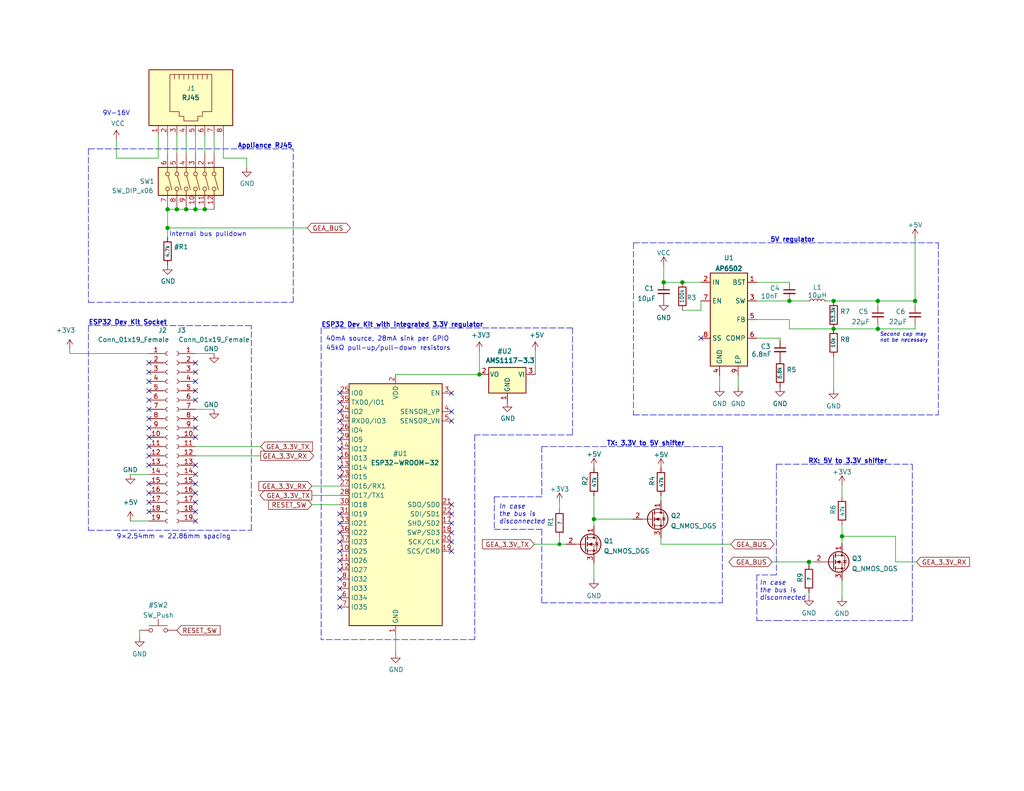
<source format=kicad_sch>
(kicad_sch (version 20210621) (generator eeschema)
  (paper "USLetter")
  (title_block (title "Casserole Adapter") (date "2020-01-19") (rev "1"))
  (lib_symbols
    (symbol "Connector:Conn_01x19_Female" (pin_names (offset 1.016) hide)
      (property "Reference" "J" (at 0 25.4 0))
      (property "Value" "Conn_01x19_Female" (at 0 -25.4 0))
      (symbol "Conn_01x19_Female_1_1"
        (arc (start 0 -22.352) (end 0 -23.368) (radius (at 0 -22.86) (length 0.508) (angles 90.1 -90.1)) (stroke (width 0.1524)))
        (arc (start 0 -19.812) (end 0 -20.828) (radius (at 0 -20.32) (length 0.508) (angles 90.1 -90.1)) (stroke (width 0.1524)))
        (arc (start 0 -17.272) (end 0 -18.288) (radius (at 0 -17.78) (length 0.508) (angles 90.1 -90.1)) (stroke (width 0.1524)))
        (arc (start 0 -14.732) (end 0 -15.748) (radius (at 0 -15.24) (length 0.508) (angles 90.1 -90.1)) (stroke (width 0.1524)))
        (arc (start 0 -12.192) (end 0 -13.208) (radius (at 0 -12.7) (length 0.508) (angles 90.1 -90.1)) (stroke (width 0.1524)))
        (arc (start 0 -9.652) (end 0 -10.668) (radius (at 0 -10.16) (length 0.508) (angles 90.1 -90.1)) (stroke (width 0.1524)))
        (arc (start 0 -7.112) (end 0 -8.128) (radius (at 0 -7.62) (length 0.508) (angles 90.1 -90.1)) (stroke (width 0.1524)))
        (arc (start 0 -4.572) (end 0 -5.588) (radius (at 0 -5.08) (length 0.508) (angles 90.1 -90.1)) (stroke (width 0.1524)))
        (arc (start 0 -2.032) (end 0 -3.048) (radius (at 0 -2.54) (length 0.508) (angles 90.1 -90.1)) (stroke (width 0.1524)))
        (arc (start 0 0.508) (end 0 -0.508) (radius (at 0 0) (length 0.508) (angles 90.1 -90.1)) (stroke (width 0.1524)))
        (arc (start 0 3.048) (end 0 2.032) (radius (at 0 2.54) (length 0.508) (angles 90.1 -90.1)) (stroke (width 0.1524)))
        (arc (start 0 5.588) (end 0 4.572) (radius (at 0 5.08) (length 0.508) (angles 90.1 -90.1)) (stroke (width 0.1524)))
        (arc (start 0 8.128) (end 0 7.112) (radius (at 0 7.62) (length 0.508) (angles 90.1 -90.1)) (stroke (width 0.1524)))
        (arc (start 0 10.668) (end 0 9.652) (radius (at 0 10.16) (length 0.508) (angles 90.1 -90.1)) (stroke (width 0.1524)))
        (arc (start 0 13.208) (end 0 12.192) (radius (at 0 12.7) (length 0.508) (angles 90.1 -90.1)) (stroke (width 0.1524)))
        (arc (start 0 15.748) (end 0 14.732) (radius (at 0 15.24) (length 0.508) (angles 90.1 -90.1)) (stroke (width 0.1524)))
        (arc (start 0 18.288) (end 0 17.272) (radius (at 0 17.78) (length 0.508) (angles 90.1 -90.1)) (stroke (width 0.1524)))
        (arc (start 0 20.828) (end 0 19.812) (radius (at 0 20.32) (length 0.508) (angles 90.1 -90.1)) (stroke (width 0.1524)))
        (arc (start 0 23.368) (end 0 22.352) (radius (at 0 22.86) (length 0.508) (angles 90.1 -90.1)) (stroke (width 0.1524)))
        (polyline (pts (xy -1.27 -22.86) (xy -0.508 -22.86)) (stroke (width 0.1524)))
        (polyline (pts (xy -1.27 -20.32) (xy -0.508 -20.32)) (stroke (width 0.1524)))
        (polyline (pts (xy -1.27 -17.78) (xy -0.508 -17.78)) (stroke (width 0.1524)))
        (polyline (pts (xy -1.27 -15.24) (xy -0.508 -15.24)) (stroke (width 0.1524)))
        (polyline (pts (xy -1.27 -12.7) (xy -0.508 -12.7)) (stroke (width 0.1524)))
        (polyline (pts (xy -1.27 -10.16) (xy -0.508 -10.16)) (stroke (width 0.1524)))
        (polyline (pts (xy -1.27 -7.62) (xy -0.508 -7.62)) (stroke (width 0.1524)))
        (polyline (pts (xy -1.27 -5.08) (xy -0.508 -5.08)) (stroke (width 0.1524)))
        (polyline (pts (xy -1.27 -2.54) (xy -0.508 -2.54)) (stroke (width 0.1524)))
        (polyline (pts (xy -1.27 0) (xy -0.508 0)) (stroke (width 0.1524)))
        (polyline (pts (xy -1.27 2.54) (xy -0.508 2.54)) (stroke (width 0.1524)))
        (polyline (pts (xy -1.27 5.08) (xy -0.508 5.08)) (stroke (width 0.1524)))
        (polyline (pts (xy -1.27 7.62) (xy -0.508 7.62)) (stroke (width 0.1524)))
        (polyline (pts (xy -1.27 10.16) (xy -0.508 10.16)) (stroke (width 0.1524)))
        (polyline (pts (xy -1.27 12.7) (xy -0.508 12.7)) (stroke (width 0.1524)))
        (polyline (pts (xy -1.27 15.24) (xy -0.508 15.24)) (stroke (width 0.1524)))
        (polyline (pts (xy -1.27 17.78) (xy -0.508 17.78)) (stroke (width 0.1524)))
        (polyline (pts (xy -1.27 20.32) (xy -0.508 20.32)) (stroke (width 0.1524)))
        (polyline (pts (xy -1.27 22.86) (xy -0.508 22.86)) (stroke (width 0.1524)))
        (pin passive line (at -5.08 22.86 0) (length 3.81) (name "Pin_1") (number "1"))
        (pin passive line (at -5.08 0 0) (length 3.81) (name "Pin_10") (number "10"))
        (pin passive line (at -5.08 -2.54 0) (length 3.81) (name "Pin_11") (number "11"))
        (pin passive line (at -5.08 -5.08 0) (length 3.81) (name "Pin_12") (number "12"))
        (pin passive line (at -5.08 -7.62 0) (length 3.81) (name "Pin_13") (number "13"))
        (pin passive line (at -5.08 -10.16 0) (length 3.81) (name "Pin_14") (number "14"))
        (pin passive line (at -5.08 -12.7 0) (length 3.81) (name "Pin_15") (number "15"))
        (pin passive line (at -5.08 -15.24 0) (length 3.81) (name "Pin_16") (number "16"))
        (pin passive line (at -5.08 -17.78 0) (length 3.81) (name "Pin_17") (number "17"))
        (pin passive line (at -5.08 -20.32 0) (length 3.81) (name "Pin_18") (number "18"))
        (pin passive line (at -5.08 -22.86 0) (length 3.81) (name "Pin_19") (number "19"))
        (pin passive line (at -5.08 20.32 0) (length 3.81) (name "Pin_2") (number "2"))
        (pin passive line (at -5.08 17.78 0) (length 3.81) (name "Pin_3") (number "3"))
        (pin passive line (at -5.08 15.24 0) (length 3.81) (name "Pin_4") (number "4"))
        (pin passive line (at -5.08 12.7 0) (length 3.81) (name "Pin_5") (number "5"))
        (pin passive line (at -5.08 10.16 0) (length 3.81) (name "Pin_6") (number "6"))
        (pin passive line (at -5.08 7.62 0) (length 3.81) (name "Pin_7") (number "7"))
        (pin passive line (at -5.08 5.08 0) (length 3.81) (name "Pin_8") (number "8"))
        (pin passive line (at -5.08 2.54 0) (length 3.81) (name "Pin_9") (number "9"))
      )
    )
    (symbol "Device:C_Small" (pin_numbers hide) (pin_names (offset 0.254) hide)
      (property "Reference" "C" (at 0.254 1.778 0))
      (property "Value" "C_Small" (at 0.254 -2.032 0))
      (symbol "C_Small_0_1"
        (polyline (pts (xy -1.524 -0.508) (xy 1.524 -0.508)) (stroke (width 0.3302)))
        (polyline (pts (xy -1.524 0.508) (xy 1.524 0.508)) (stroke (width 0.3048)))
      )
      (symbol "C_Small_1_1"
        (pin passive line (at 0 2.54 270) (length 2.032) (name "~") (number "1"))
        (pin passive line (at 0 -2.54 90) (length 2.032) (name "~") (number "2"))
      )
    )
    (symbol "Device:L_Small" (pin_numbers hide) (pin_names (offset 0.254) hide)
      (property "Reference" "L" (at 0.762 1.016 0))
      (property "Value" "L_Small" (at 0.762 -1.016 0))
      (symbol "L_Small_0_1"
        (arc (start 0 -2.032) (end 0 -1.016) (radius (at 0 -1.524) (length 0.508) (angles -89.9 89.9)))
        (arc (start 0 -1.016) (end 0 0) (radius (at 0 -0.508) (length 0.508) (angles -89.9 89.9)))
        (arc (start 0 0) (end 0 1.016) (radius (at 0 0.508) (length 0.508) (angles -89.9 89.9)))
        (arc (start 0 1.016) (end 0 2.032) (radius (at 0 1.524) (length 0.508) (angles -89.9 89.9)))
      )
      (symbol "L_Small_1_1"
        (pin passive line (at 0 2.54 270) (length 0.508) (name "~") (number "1"))
        (pin passive line (at 0 -2.54 90) (length 0.508) (name "~") (number "2"))
      )
    )
    (symbol "Device:Q_NMOS_DGS" (pin_names (offset 0) hide)
      (property "Reference" "Q" (at 5.08 1.27 0))
      (property "Value" "Q_NMOS_DGS" (at 5.08 -1.27 0))
      (symbol "Q_NMOS_DGS_0_1"
        (circle (center 1.651 0) (radius 2.794) (stroke (width 0.254)))
        (circle (center 2.54 -1.778) (radius 0.254) (fill (type outline)))
        (circle (center 2.54 1.778) (radius 0.254) (fill (type outline)))
        (polyline (pts (xy 0.254 0) (xy -2.54 0)))
        (polyline (pts (xy 0.254 1.905) (xy 0.254 -1.905)) (stroke (width 0.254)))
        (polyline (pts (xy 0.762 -1.27) (xy 0.762 -2.286)) (stroke (width 0.254)))
        (polyline (pts (xy 0.762 0.508) (xy 0.762 -0.508)) (stroke (width 0.254)))
        (polyline (pts (xy 0.762 2.286) (xy 0.762 1.27)) (stroke (width 0.254)))
        (polyline (pts (xy 2.54 2.54) (xy 2.54 1.778)))
        (polyline (pts (xy 2.54 -2.54) (xy 2.54 0) (xy 0.762 0)))
        (polyline (pts (xy 0.762 -1.778) (xy 3.302 -1.778) (xy 3.302 1.778) (xy 0.762 1.778)))
        (polyline (pts (xy 2.794 0.508) (xy 2.921 0.381) (xy 3.683 0.381) (xy 3.81 0.254)))
        (polyline (pts (xy 3.302 0.381) (xy 2.921 -0.254) (xy 3.683 -0.254) (xy 3.302 0.381)))
        (polyline (pts (xy 1.016 0) (xy 2.032 0.381) (xy 2.032 -0.381) (xy 1.016 0)) (fill (type outline)))
      )
      (symbol "Q_NMOS_DGS_1_1"
        (pin passive line (at 2.54 5.08 270) (length 2.54) (name "D") (number "1"))
        (pin input line (at -5.08 0 0) (length 2.54) (name "G") (number "2"))
        (pin passive line (at 2.54 -5.08 90) (length 2.54) (name "S") (number "3"))
      )
    )
    (symbol "Device:R" (pin_numbers hide) (pin_names (offset 0))
      (property "Reference" "R" (at 2.032 0 90))
      (property "Value" "R" (at 0 0 90))
      (symbol "R_0_1"
        (rectangle (start -1.016 -2.54) (end 1.016 2.54) (stroke (width 0.254)))
      )
      (symbol "R_1_1"
        (pin passive line (at 0 3.81 270) (length 1.27) (name "~") (number "1"))
        (pin passive line (at 0 -3.81 90) (length 1.27) (name "~") (number "2"))
      )
    )
    (symbol "Regulator_Linear:AMS1117-3.3" (pin_names (offset 0.254))
      (property "Reference" "U" (at -3.81 3.175 0))
      (property "Value" "AMS1117-3.3" (at 0 3.175 0))
      (symbol "AMS1117-3.3_0_1"
        (rectangle (start -5.08 -5.08) (end 5.08 1.905) (stroke (width 0.254)) (fill (type background)))
      )
      (symbol "AMS1117-3.3_1_1"
        (pin power_in line (at 0 -7.62 90) (length 2.54) (name "GND") (number "1"))
        (pin power_out line (at 7.62 0 180) (length 2.54) (name "VO") (number "2"))
        (pin power_in line (at -7.62 0 0) (length 2.54) (name "VI") (number "3"))
      )
    )
    (symbol "Regulator_Switching:AP6502"
      (property "Reference" "U" (at -3.81 13.97 0))
      (property "Value" "AP6502" (at 2.54 13.97 0))
      (symbol "AP6502_0_1"
        (rectangle (start -5.08 12.7) (end 5.08 -12.7) (stroke (width 0.254)) (fill (type background)))
      )
      (symbol "AP6502_1_1"
        (pin output line (at 7.62 10.16 180) (length 2.54) (name "BST") (number "1"))
        (pin power_in line (at -7.62 10.16 0) (length 2.54) (name "IN") (number "2"))
        (pin power_out line (at 7.62 5.08 180) (length 2.54) (name "SW") (number "3"))
        (pin power_in line (at -2.54 -15.24 90) (length 2.54) (name "GND") (number "4"))
        (pin input line (at 7.62 0 180) (length 2.54) (name "FB") (number "5"))
        (pin output line (at 7.62 -5.08 180) (length 2.54) (name "COMP") (number "6"))
        (pin input line (at -7.62 5.08 0) (length 2.54) (name "EN") (number "7"))
        (pin tri_state line (at -7.62 -5.08 0) (length 2.54) (name "SS") (number "8"))
        (pin power_in line (at 2.54 -15.24 90) (length 2.54) (name "EP") (number "9"))
      )
    )
    (symbol "Switch:SW_DIP_x06" (pin_names (offset 0) hide)
      (property "Reference" "SW" (at 0 11.43 0))
      (property "Value" "SW_DIP_x06" (at 0 -8.89 0))
      (symbol "SW_DIP_x06_0_0"
        (circle (center -2.032 -5.08) (radius 0.508))
        (circle (center -2.032 -2.54) (radius 0.508))
        (circle (center -2.032 0) (radius 0.508))
        (circle (center -2.032 2.54) (radius 0.508))
        (circle (center -2.032 5.08) (radius 0.508))
        (circle (center -2.032 7.62) (radius 0.508))
        (circle (center 2.032 -5.08) (radius 0.508))
        (circle (center 2.032 -2.54) (radius 0.508))
        (circle (center 2.032 0) (radius 0.508))
        (circle (center 2.032 2.54) (radius 0.508))
        (circle (center 2.032 5.08) (radius 0.508))
        (circle (center 2.032 7.62) (radius 0.508))
        (polyline (pts (xy -1.524 -4.9276) (xy 2.3622 -3.8862)))
        (polyline (pts (xy -1.524 -2.3876) (xy 2.3622 -1.3462)))
        (polyline (pts (xy -1.524 0.127) (xy 2.3622 1.1684)))
        (polyline (pts (xy -1.524 2.667) (xy 2.3622 3.7084)))
        (polyline (pts (xy -1.524 5.207) (xy 2.3622 6.2484)))
        (polyline (pts (xy -1.524 7.747) (xy 2.3622 8.7884)))
      )
      (symbol "SW_DIP_x06_0_1"
        (rectangle (start -3.81 10.16) (end 3.81 -7.62) (stroke (width 0.254)) (fill (type background)))
      )
      (symbol "SW_DIP_x06_1_1"
        (pin passive line (at -7.62 7.62 0) (length 5.08) (name "~") (number "1"))
        (pin passive line (at 7.62 2.54 180) (length 5.08) (name "~") (number "10"))
        (pin passive line (at 7.62 5.08 180) (length 5.08) (name "~") (number "11"))
        (pin passive line (at 7.62 7.62 180) (length 5.08) (name "~") (number "12"))
        (pin passive line (at -7.62 5.08 0) (length 5.08) (name "~") (number "2"))
        (pin passive line (at -7.62 2.54 0) (length 5.08) (name "~") (number "3"))
        (pin passive line (at -7.62 0 0) (length 5.08) (name "~") (number "4"))
        (pin passive line (at -7.62 -2.54 0) (length 5.08) (name "~") (number "5"))
        (pin passive line (at -7.62 -5.08 0) (length 5.08) (name "~") (number "6"))
        (pin passive line (at 7.62 -5.08 180) (length 5.08) (name "~") (number "7"))
        (pin passive line (at 7.62 -2.54 180) (length 5.08) (name "~") (number "8"))
        (pin passive line (at 7.62 0 180) (length 5.08) (name "~") (number "9"))
      )
    )
    (symbol "Switch:SW_Push" (pin_numbers hide) (pin_names (offset 1.016) hide)
      (property "Reference" "SW" (at 1.27 2.54 0))
      (property "Value" "SW_Push" (at 0 -1.524 0))
      (symbol "SW_Push_0_1"
        (circle (center -2.032 0) (radius 0.508))
        (circle (center 2.032 0) (radius 0.508))
        (polyline (pts (xy 0 1.27) (xy 0 3.048)))
        (polyline (pts (xy 2.54 1.27) (xy -2.54 1.27)))
        (pin passive line (at -5.08 0 0) (length 2.54) (name "1") (number "1"))
        (pin passive line (at 5.08 0 180) (length 2.54) (name "2") (number "2"))
      )
    )
    (symbol "board-rescue:ESP32-WROOM-32-RF_Module"
      (property "Reference" "U" (at -12.7 34.29 0))
      (property "Value" "ESP32-WROOM-32-RF_Module" (at 1.27 34.29 0))
      (symbol "ESP32-WROOM-32-RF_Module_0_1"
        (rectangle (start -12.7 33.02) (end 12.7 -33.02) (stroke (width 0.254)) (fill (type background)))
      )
      (symbol "ESP32-WROOM-32-RF_Module_1_1"
        (pin power_in line (at 0 -35.56 90) (length 2.54) (name "GND") (number "1"))
        (pin bidirectional line (at 15.24 -12.7 180) (length 2.54) (name "IO25") (number "10"))
        (pin bidirectional line (at 15.24 -15.24 180) (length 2.54) (name "IO26") (number "11"))
        (pin bidirectional line (at 15.24 -17.78 180) (length 2.54) (name "IO27") (number "12"))
        (pin bidirectional line (at 15.24 10.16 180) (length 2.54) (name "IO14") (number "13"))
        (pin bidirectional line (at 15.24 15.24 180) (length 2.54) (name "IO12") (number "14"))
        (pin passive line (at 0 -35.56 90) (length 2.54) hide (name "GND") (number "15"))
        (pin bidirectional line (at 15.24 12.7 180) (length 2.54) (name "IO13") (number "16"))
        (pin bidirectional line (at -15.24 -5.08 0) (length 2.54) (name "SHD/SD2") (number "17"))
        (pin bidirectional line (at -15.24 -7.62 0) (length 2.54) (name "SWP/SD3") (number "18"))
        (pin bidirectional line (at -15.24 -12.7 0) (length 2.54) (name "SCS/CMD") (number "19"))
        (pin power_in line (at 0 35.56 270) (length 2.54) (name "VDD") (number "2"))
        (pin bidirectional line (at -15.24 -10.16 0) (length 2.54) (name "SCK/CLK") (number "20"))
        (pin bidirectional line (at -15.24 0 0) (length 2.54) (name "SDO/SD0") (number "21"))
        (pin bidirectional line (at -15.24 -2.54 0) (length 2.54) (name "SDI/SD1") (number "22"))
        (pin bidirectional line (at 15.24 7.62 180) (length 2.54) (name "IO15") (number "23"))
        (pin bidirectional line (at 15.24 25.4 180) (length 2.54) (name "IO2") (number "24"))
        (pin bidirectional line (at 15.24 30.48 180) (length 2.54) (name "IO0") (number "25"))
        (pin bidirectional line (at 15.24 20.32 180) (length 2.54) (name "IO4") (number "26"))
        (pin bidirectional line (at 15.24 5.08 180) (length 2.54) (name "IO16/RX1") (number "27"))
        (pin bidirectional line (at 15.24 2.54 180) (length 2.54) (name "IO17/TX1") (number "28"))
        (pin bidirectional line (at 15.24 17.78 180) (length 2.54) (name "IO5") (number "29"))
        (pin input line (at -15.24 30.48 0) (length 2.54) (name "EN") (number "3"))
        (pin bidirectional line (at 15.24 0 180) (length 2.54) (name "IO18") (number "30"))
        (pin bidirectional line (at 15.24 -2.54 180) (length 2.54) (name "IO19") (number "31"))
        (pin no_connect line (at -12.7 -27.94 0) (length 2.54) hide (name "NC") (number "32"))
        (pin bidirectional line (at 15.24 -5.08 180) (length 2.54) (name "IO21") (number "33"))
        (pin bidirectional line (at 15.24 22.86 180) (length 2.54) (name "RXD0/IO3") (number "34"))
        (pin bidirectional line (at 15.24 27.94 180) (length 2.54) (name "TXD0/IO1") (number "35"))
        (pin bidirectional line (at 15.24 -7.62 180) (length 2.54) (name "IO22") (number "36"))
        (pin bidirectional line (at 15.24 -10.16 180) (length 2.54) (name "IO23") (number "37"))
        (pin passive line (at 0 -35.56 90) (length 2.54) hide (name "GND") (number "38"))
        (pin passive line (at 0 -35.56 90) (length 2.54) hide (name "GND") (number "39"))
        (pin input line (at -15.24 25.4 0) (length 2.54) (name "SENSOR_VP") (number "4"))
        (pin input line (at -15.24 22.86 0) (length 2.54) (name "SENSOR_VN") (number "5"))
        (pin input line (at 15.24 -25.4 180) (length 2.54) (name "IO34") (number "6"))
        (pin input line (at 15.24 -27.94 180) (length 2.54) (name "IO35") (number "7"))
        (pin bidirectional line (at 15.24 -20.32 180) (length 2.54) (name "IO32") (number "8"))
        (pin bidirectional line (at 15.24 -22.86 180) (length 2.54) (name "IO33") (number "9"))
      )
    )
    (symbol "board-rescue:RJ45-Connector" (pin_names (offset 1.016))
      (property "Reference" "J" (at -5.08 13.97 0))
      (property "Value" "RJ45-Connector" (at 2.54 13.97 0))
      (symbol "RJ45-Connector_0_1"
        (rectangle (start 7.62 12.7) (end -7.62 -10.16) (stroke (width 0.254)) (fill (type background)))
        (polyline (pts (xy -5.08 4.445) (xy -6.35 4.445)))
        (polyline (pts (xy -5.08 5.715) (xy -6.35 5.715)))
        (polyline (pts (xy -6.35 -3.175) (xy -5.08 -3.175) (xy -5.08 -3.175)))
        (polyline (pts (xy -6.35 -1.905) (xy -5.08 -1.905) (xy -5.08 -1.905)))
        (polyline (pts (xy -6.35 -0.635) (xy -5.08 -0.635) (xy -5.08 -0.635)))
        (polyline (pts (xy -6.35 0.635) (xy -5.08 0.635) (xy -5.08 0.635)))
        (polyline (pts (xy -6.35 1.905) (xy -5.08 1.905) (xy -5.08 1.905)))
        (polyline (pts (xy -5.08 3.175) (xy -6.35 3.175) (xy -6.35 3.175)))
        (polyline (pts (xy -6.35 -4.445) (xy -6.35 6.985) (xy 3.81 6.985) (xy 3.81 4.445) (xy 5.08 4.445) (xy 5.08 3.175) (xy 6.35 3.175) (xy 6.35 -0.635) (xy 5.08 -0.635) (xy 5.08 -1.905) (xy 3.81 -1.905) (xy 3.81 -4.445) (xy -6.35 -4.445) (xy -6.35 -4.445)))
      )
      (symbol "RJ45-Connector_1_1"
        (pin power_out line (at 10.16 -7.62 180) (length 2.54) (name "~") (number "1"))
        (pin bidirectional line (at 10.16 -5.08 180) (length 2.54) (name "~") (number "2"))
        (pin bidirectional line (at 10.16 -2.54 180) (length 2.54) (name "~") (number "3"))
        (pin bidirectional line (at 10.16 0 180) (length 2.54) (name "~") (number "4"))
        (pin bidirectional line (at 10.16 2.54 180) (length 2.54) (name "~") (number "5"))
        (pin bidirectional line (at 10.16 5.08 180) (length 2.54) (name "~") (number "6"))
        (pin bidirectional line (at 10.16 7.62 180) (length 2.54) (name "~") (number "7"))
        (pin power_out line (at 10.16 10.16 180) (length 2.54) (name "~") (number "8"))
      )
    )
    (symbol "power:+3.3V" (power) (pin_names (offset 0))
      (property "Value" "+3.3V" (at 0 3.556 0))
      (symbol "+3.3V_0_1"
        (polyline (pts (xy -0.762 1.27) (xy 0 2.54)))
        (polyline (pts (xy 0 0) (xy 0 2.54)))
        (polyline (pts (xy 0 2.54) (xy 0.762 1.27)))
      )
      (symbol "+3.3V_1_1"
        (pin power_in line (at 0 0 90) (length 0) hide (name "+3V3") (number "1"))
      )
    )
    (symbol "power:+3V3" (power) (pin_names (offset 0))
      (property "Value" "+3V3" (at 0 3.556 0))
      (symbol "+3V3_0_1"
        (polyline (pts (xy -0.762 1.27) (xy 0 2.54)))
        (polyline (pts (xy 0 0) (xy 0 2.54)))
        (polyline (pts (xy 0 2.54) (xy 0.762 1.27)))
      )
      (symbol "+3V3_1_1"
        (pin power_in line (at 0 0 90) (length 0) hide (name "+3V3") (number "1"))
      )
    )
    (symbol "power:+5V" (power) (pin_names (offset 0))
      (property "Value" "+5V" (at 0 3.556 0))
      (symbol "+5V_0_1"
        (polyline (pts (xy -0.762 1.27) (xy 0 2.54)))
        (polyline (pts (xy 0 0) (xy 0 2.54)))
        (polyline (pts (xy 0 2.54) (xy 0.762 1.27)))
      )
      (symbol "+5V_1_1"
        (pin power_in line (at 0 0 90) (length 0) hide (name "+5V") (number "1"))
      )
    )
    (symbol "power:GND" (power) (pin_names (offset 0))
      (property "Value" "GND" (at 0 -3.81 0))
      (symbol "GND_0_1"
        (polyline (pts (xy 0 0) (xy 0 -1.27) (xy 1.27 -1.27) (xy 0 -2.54) (xy -1.27 -1.27) (xy 0 -1.27)))
      )
      (symbol "GND_1_1"
        (pin power_in line (at 0 0 270) (length 0) hide (name "GND") (number "1"))
      )
    )
    (symbol "power:VCC" (power) (pin_names (offset 0))
      (property "Value" "VCC" (at 0 3.81 0))
      (symbol "VCC_0_1"
        (polyline (pts (xy -0.762 1.27) (xy 0 2.54)))
        (polyline (pts (xy 0 0) (xy 0 2.54)))
        (polyline (pts (xy 0 2.54) (xy 0.762 1.27)))
      )
      (symbol "VCC_1_1"
        (pin power_in line (at 0 0 90) (length 0) hide (name "VCC") (number "1"))
      )
    )
  )
  (junction (at 45.72 57.15) (diameter 1.016))
  (junction (at 45.72 62.23) (diameter 1.016))
  (junction (at 48.26 57.15) (diameter 1.016))
  (junction (at 50.8 57.15) (diameter 1.016))
  (junction (at 53.34 57.15) (diameter 1.016))
  (junction (at 55.88 57.15) (diameter 1.016))
  (junction (at 130.81 102.235) (diameter 1.016))
  (junction (at 152.654 148.59))
  (junction (at 162.052 141.732) (diameter 1.016))
  (junction (at 181.102 77.089) (diameter 1.016))
  (junction (at 186.182 77.089) (diameter 1.016))
  (junction (at 215.392 82.169) (diameter 1.016))
  (junction (at 220.726 153.416) (diameter 1.016))
  (junction (at 227.457 82.169) (diameter 1.016))
  (junction (at 227.457 89.789) (diameter 1.016))
  (junction (at 229.743 146.431) (diameter 1.016))
  (junction (at 239.522 82.169) (diameter 1.016))
  (junction (at 239.522 89.789) (diameter 1.016))
  (junction (at 249.682 82.169) (diameter 1.016))
  (no_connect (at 40.64 99.06))
  (no_connect (at 40.64 101.6))
  (no_connect (at 40.64 104.14))
  (no_connect (at 40.64 106.68))
  (no_connect (at 40.64 109.22))
  (no_connect (at 40.64 111.76))
  (no_connect (at 40.64 114.3))
  (no_connect (at 40.64 116.84))
  (no_connect (at 40.64 119.38))
  (no_connect (at 40.64 121.92))
  (no_connect (at 40.64 124.46))
  (no_connect (at 40.64 127))
  (no_connect (at 40.64 132.08))
  (no_connect (at 40.64 134.62))
  (no_connect (at 40.64 137.16))
  (no_connect (at 40.64 139.7))
  (no_connect (at 53.34 99.06))
  (no_connect (at 53.34 101.6))
  (no_connect (at 53.34 104.14))
  (no_connect (at 53.34 106.68))
  (no_connect (at 53.34 109.22))
  (no_connect (at 53.34 114.3))
  (no_connect (at 53.34 116.84))
  (no_connect (at 53.34 119.38))
  (no_connect (at 53.34 127))
  (no_connect (at 53.34 129.54))
  (no_connect (at 53.34 132.08))
  (no_connect (at 53.34 134.62))
  (no_connect (at 53.34 137.16))
  (no_connect (at 53.34 139.7))
  (no_connect (at 53.34 142.24))
  (no_connect (at 92.71 107.315))
  (no_connect (at 92.71 109.855))
  (no_connect (at 92.71 112.395))
  (no_connect (at 92.71 114.935))
  (no_connect (at 92.71 117.475))
  (no_connect (at 92.71 120.015))
  (no_connect (at 92.71 122.555))
  (no_connect (at 92.71 125.095))
  (no_connect (at 92.71 127.635))
  (no_connect (at 92.71 130.175))
  (no_connect (at 92.71 140.335))
  (no_connect (at 92.71 142.875))
  (no_connect (at 92.71 145.415))
  (no_connect (at 92.71 147.955))
  (no_connect (at 92.71 150.495))
  (no_connect (at 92.71 153.035))
  (no_connect (at 92.71 155.575))
  (no_connect (at 92.71 158.115))
  (no_connect (at 92.71 160.655))
  (no_connect (at 92.71 163.195))
  (no_connect (at 92.71 165.735))
  (no_connect (at 123.19 107.315))
  (no_connect (at 123.19 112.395))
  (no_connect (at 123.19 114.935))
  (no_connect (at 123.19 137.795))
  (no_connect (at 123.19 140.335))
  (no_connect (at 123.19 142.875))
  (no_connect (at 123.19 145.415))
  (no_connect (at 123.19 147.955))
  (no_connect (at 123.19 150.495))
  (no_connect (at 191.262 92.329))
  (wire (pts (xy 19.05 96.52) (xy 19.05 95.25)))
  (wire (pts (xy 19.05 96.52) (xy 40.64 96.52)))
  (wire (pts (xy 31.75 38.1) (xy 31.75 43.18)))
  (wire (pts (xy 35.56 129.54) (xy 40.64 129.54)))
  (wire (pts (xy 35.56 142.24) (xy 40.64 142.24)))
  (wire (pts (xy 38.1 173.99) (xy 38.1 172.085)))
  (wire (pts (xy 43.18 36.83) (xy 43.18 43.18)))
  (wire (pts (xy 43.18 43.18) (xy 31.75 43.18)))
  (wire (pts (xy 45.72 41.91) (xy 45.72 36.83)))
  (wire (pts (xy 45.72 57.15) (xy 48.26 57.15)))
  (wire (pts (xy 45.72 62.23) (xy 45.72 57.15)))
  (wire (pts (xy 45.72 62.23) (xy 83.82 62.23)))
  (wire (pts (xy 45.72 64.77) (xy 45.72 62.23)))
  (wire (pts (xy 48.26 36.83) (xy 48.26 41.91)))
  (wire (pts (xy 48.26 57.15) (xy 50.8 57.15)))
  (wire (pts (xy 50.8 41.91) (xy 50.8 36.83)))
  (wire (pts (xy 50.8 57.15) (xy 53.34 57.15)))
  (wire (pts (xy 53.34 36.83) (xy 53.34 41.91)))
  (wire (pts (xy 53.34 57.15) (xy 55.88 57.15)))
  (wire (pts (xy 53.34 96.52) (xy 58.42 96.52)))
  (wire (pts (xy 53.34 111.76) (xy 58.42 111.76)))
  (wire (pts (xy 53.34 121.92) (xy 71.12 121.92)))
  (wire (pts (xy 53.34 124.46) (xy 71.12 124.46)))
  (wire (pts (xy 55.88 41.91) (xy 55.88 36.83)))
  (wire (pts (xy 55.88 57.15) (xy 58.42 57.15)))
  (wire (pts (xy 58.42 36.83) (xy 58.42 41.91)))
  (wire (pts (xy 60.96 36.83) (xy 60.96 43.18)))
  (wire (pts (xy 60.96 43.18) (xy 67.31 43.18)))
  (wire (pts (xy 67.31 43.18) (xy 67.31 45.72)))
  (wire (pts (xy 85.09 132.715) (xy 92.71 132.715)))
  (wire (pts (xy 85.09 135.255) (xy 92.71 135.255)))
  (wire (pts (xy 85.09 137.795) (xy 92.71 137.795)))
  (wire (pts (xy 107.95 102.235) (xy 130.81 102.235)))
  (wire (pts (xy 107.95 178.435) (xy 107.95 173.355)))
  (wire (pts (xy 130.81 95.885) (xy 130.81 102.235)))
  (wire (pts (xy 145.796 148.59) (xy 152.654 148.59)))
  (wire (pts (xy 146.05 95.885) (xy 146.05 102.235)))
  (wire (pts (xy 152.654 137.16) (xy 152.654 138.938)))
  (wire (pts (xy 152.654 146.558) (xy 152.654 148.59)))
  (wire (pts (xy 152.654 148.59) (xy 154.432 148.59)))
  (wire (pts (xy 162.052 127.635) (xy 162.052 127.762)))
  (wire (pts (xy 162.052 135.382) (xy 162.052 141.732)))
  (wire (pts (xy 162.052 141.732) (xy 162.052 143.51)))
  (wire (pts (xy 162.052 141.732) (xy 172.72 141.732)))
  (wire (pts (xy 162.052 153.67) (xy 162.052 158.115)))
  (wire (pts (xy 180.34 135.382) (xy 180.34 136.652)))
  (wire (pts (xy 180.34 146.812) (xy 180.34 148.59)))
  (wire (pts (xy 180.34 148.59) (xy 199.39 148.59)))
  (wire (pts (xy 181.102 72.644) (xy 181.102 77.089)))
  (wire (pts (xy 181.102 77.089) (xy 186.182 77.089)))
  (wire (pts (xy 186.182 77.089) (xy 191.262 77.089)))
  (wire (pts (xy 186.182 84.709) (xy 191.262 84.709)))
  (wire (pts (xy 191.262 82.169) (xy 191.262 84.709)))
  (wire (pts (xy 196.342 102.489) (xy 196.342 105.664)))
  (wire (pts (xy 201.422 102.489) (xy 201.422 105.664)))
  (wire (pts (xy 206.502 77.089) (xy 215.392 77.089)))
  (wire (pts (xy 206.502 82.169) (xy 215.392 82.169)))
  (wire (pts (xy 206.502 87.249) (xy 215.392 87.249)))
  (wire (pts (xy 206.502 92.329) (xy 212.852 92.329)))
  (wire (pts (xy 210.693 153.416) (xy 220.726 153.416)))
  (wire (pts (xy 212.852 92.329) (xy 212.852 92.964)))
  (wire (pts (xy 215.392 82.169) (xy 220.472 82.169)))
  (wire (pts (xy 215.392 87.249) (xy 215.392 89.789)))
  (wire (pts (xy 215.392 89.789) (xy 227.457 89.789)))
  (wire (pts (xy 220.726 153.416) (xy 220.726 154.178)))
  (wire (pts (xy 220.726 153.416) (xy 222.123 153.416)))
  (wire (pts (xy 220.726 161.798) (xy 220.726 162.814)))
  (wire (pts (xy 225.552 82.169) (xy 227.457 82.169)))
  (wire (pts (xy 227.457 82.169) (xy 239.522 82.169)))
  (wire (pts (xy 227.457 89.789) (xy 239.522 89.789)))
  (wire (pts (xy 227.457 97.409) (xy 227.457 106.299)))
  (wire (pts (xy 229.743 132.461) (xy 229.743 135.636)))
  (wire (pts (xy 229.743 143.256) (xy 229.743 146.431)))
  (wire (pts (xy 229.743 146.431) (xy 229.743 148.336)))
  (wire (pts (xy 229.743 146.431) (xy 244.348 146.431)))
  (wire (pts (xy 229.743 158.496) (xy 229.743 162.941)))
  (wire (pts (xy 239.522 82.169) (xy 249.682 82.169)))
  (wire (pts (xy 239.522 83.439) (xy 239.522 82.169)))
  (wire (pts (xy 239.522 88.519) (xy 239.522 89.789)))
  (wire (pts (xy 239.522 89.789) (xy 249.682 89.789)))
  (wire (pts (xy 244.348 146.431) (xy 244.348 153.416)))
  (wire (pts (xy 244.348 153.416) (xy 250.063 153.416)))
  (wire (pts (xy 249.682 65.024) (xy 249.682 82.169)))
  (wire (pts (xy 249.682 82.169) (xy 249.682 83.439)))
  (wire (pts (xy 249.682 88.519) (xy 249.682 89.789)))
  (polyline (pts (xy 24.13 40.64) (xy 24.13 82.55)) (stroke (width 0) (type dash)))
  (polyline (pts (xy 24.13 40.64) (xy 80.01 40.64)) (stroke (width 0) (type dash)))
  (polyline (pts (xy 24.13 82.55) (xy 80.01 82.55)) (stroke (width 0) (type dash)))
  (polyline (pts (xy 24.13 88.9) (xy 24.13 144.78)) (stroke (width 0) (type dash)))
  (polyline (pts (xy 24.13 144.78) (xy 68.58 144.78)) (stroke (width 0) (type dash)))
  (polyline (pts (xy 68.58 88.9) (xy 24.13 88.9)) (stroke (width 0) (type dash)))
  (polyline (pts (xy 68.58 144.78) (xy 68.58 88.9)) (stroke (width 0) (type dash)))
  (polyline (pts (xy 80.01 82.55) (xy 80.01 40.64)) (stroke (width 0) (type dash)))
  (polyline (pts (xy 87.63 89.535) (xy 87.63 174.625)) (stroke (width 0) (type dash)))
  (polyline (pts (xy 129.54 118.745) (xy 129.54 174.625)) (stroke (width 0) (type dash)))
  (polyline (pts (xy 129.54 174.625) (xy 87.63 174.625)) (stroke (width 0) (type dash)))
  (polyline (pts (xy 134.874 135.636) (xy 134.874 144.526)))
  (polyline (pts (xy 134.874 144.526) (xy 147.828 144.526)))
  (polyline (pts (xy 147.828 121.92) (xy 147.828 135.636)))
  (polyline (pts (xy 147.828 121.92) (xy 197.104 121.92)) (stroke (width 0) (type dash)))
  (polyline (pts (xy 147.828 135.636) (xy 134.874 135.636)))
  (polyline (pts (xy 147.828 144.526) (xy 147.828 164.592)))
  (polyline (pts (xy 147.828 164.592) (xy 197.104 164.592)) (stroke (width 0) (type dash)))
  (polyline (pts (xy 156.21 89.535) (xy 87.63 89.535)) (stroke (width 0) (type dash)))
  (polyline (pts (xy 156.21 89.535) (xy 156.21 118.745)) (stroke (width 0) (type dash)))
  (polyline (pts (xy 156.21 118.745) (xy 129.54 118.745)) (stroke (width 0) (type dash)))
  (polyline (pts (xy 172.847 66.294) (xy 172.847 113.284)) (stroke (width 0) (type dash)))
  (polyline (pts (xy 172.847 66.294) (xy 256.032 66.294)) (stroke (width 0) (type dash)))
  (polyline (pts (xy 172.847 113.284) (xy 256.032 113.284)) (stroke (width 0) (type dash)))
  (polyline (pts (xy 197.104 121.92) (xy 197.104 164.592)) (stroke (width 0) (type dash)))
  (polyline (pts (xy 206.502 156.972) (xy 206.502 169.418)) (stroke (width 0) (type dash)))
  (polyline (pts (xy 206.502 169.418) (xy 211.836 169.418)) (stroke (width 0) (type dash)))
  (polyline (pts (xy 211.836 126.746) (xy 211.836 156.972)) (stroke (width 0) (type dash)))
  (polyline (pts (xy 211.836 126.746) (xy 248.92 126.746)) (stroke (width 0) (type dash)))
  (polyline (pts (xy 211.836 156.972) (xy 206.502 156.972)) (stroke (width 0) (type dash)))
  (polyline (pts (xy 211.836 169.418) (xy 248.92 169.418)) (stroke (width 0) (type dash)))
  (polyline (pts (xy 248.92 126.746) (xy 248.92 169.418)) (stroke (width 0) (type dash)))
  (polyline (pts (xy 256.032 66.294) (xy 256.032 113.284)) (stroke (width 0) (type dash)))
  (text "ESP32 Dev Kit Socket" (at 24.13 88.9 0) (effects (font (size 1.27 1.27) (thickness 0.254) bold) (justify left bottom)))
  (text "9V-16V" (at 27.94 31.75 0) (effects (font (size 1.27 1.27)) (justify left bottom)))
  (text "9×2.54mm = 22.86mm spacing" (at 31.75 147.32 0) (effects (font (size 1.27 1.27)) (justify left bottom)))
  (text "Appliance RJ45" (at 64.77 40.64 0) (effects (font (size 1.27 1.27) (thickness 0.254) bold) (justify left bottom)))
  (text "Internal bus pulldown" (at 67.31 64.77 180) (effects (font (size 1.27 1.27)) (justify right bottom)))
  (text "ESP32 Dev Kit with integrated 3.3V regulator" (at 87.63 89.535 0) (effects (font (size 1.27 1.27) (thickness 0.254) bold) (justify left bottom)))
  (text "40mA source, 28mA sink per GPIO" (at 88.9 93.345 0) (effects (font (size 1.27 1.27)) (justify left bottom)))
  (text "45kΩ pull-up/pull-down resistors" (at 88.9 95.885 0) (effects (font (size 1.27 1.27)) (justify left bottom)))
  (text "In case\nthe bus is\ndisconnected" (at 136.144 143.256 0) (effects (font (size 1.27 1.27) italic) (justify left bottom)))
  (text "TX: 3.3V to 5V shifter" (at 165.481 121.92 0) (effects (font (size 1.27 1.27) (thickness 0.254) bold) (justify left bottom)))
  (text "In case\nthe bus is\ndisconnected" (at 207.264 164.084 0) (effects (font (size 1.27 1.27) italic) (justify left bottom)))
  (text "RX: 5V to 3.3V shifter" (at 220.472 126.746 0) (effects (font (size 1.27 1.27) (thickness 0.254) bold) (justify left bottom)))
  (text "5V regulator" (at 222.377 66.294 180) (effects (font (size 1.27 1.27) (thickness 0.254) bold) (justify right bottom)))
  (text "Second cap may\nnot be necessary" (at 240.03 93.599 0) (effects (font (size 1 1) italic) (justify left bottom)))
  (global_label "RESET_SW" (shape input) (at 48.26 172.085 0) (property "Intersheet References" "${INTERSHEET_REFS}" (effects hide)))
  (global_label "GEA_3.3V_TX" (shape input) (at 71.12 121.92 0) (property "Intersheet References" "${INTERSHEET_REFS}" (effects hide)))
  (global_label "GEA_3.3V_RX" (shape output) (at 71.12 124.46 0) (property "Intersheet References" "${INTERSHEET_REFS}" (effects hide)))
  (global_label "GEA_BUS" (shape bidirectional) (at 83.82 62.23 0) (property "Intersheet References" "${INTERSHEET_REFS}" (effects hide)))
  (global_label "GEA_3.3V_RX" (shape input) (at 85.09 132.715 180) (property "Intersheet References" "${INTERSHEET_REFS}" (effects hide)))
  (global_label "GEA_3.3V_TX" (shape output) (at 85.09 135.255 180) (property "Intersheet References" "${INTERSHEET_REFS}" (effects hide)))
  (global_label "RESET_SW" (shape input) (at 85.09 137.795 180) (property "Intersheet References" "${INTERSHEET_REFS}" (effects hide)))
  (global_label "GEA_3.3V_TX" (shape input) (at 145.796 148.59 180) (property "Intersheet References" "${INTERSHEET_REFS}" (effects hide)))
  (global_label "GEA_BUS" (shape bidirectional) (at 199.39 148.59 0) (property "Intersheet References" "${INTERSHEET_REFS}" (effects hide)))
  (global_label "GEA_BUS" (shape bidirectional) (at 210.693 153.416 180) (property "Intersheet References" "${INTERSHEET_REFS}" (effects hide)))
  (global_label "GEA_3.3V_RX" (shape input) (at 250.063 153.416 0) (property "Intersheet References" "${INTERSHEET_REFS}" (effects hide)))
  (symbol (lib_id "power:+3V3") (at 19.05 95.25 0) (unit 1)
    (property "Reference" "#PWR01" (effects hide))
    (property "Value" "+3V3" (at 15.24 90.17 0) (effects (justify left)))
  )
  (symbol (lib_id "power:VCC") (at 31.75 38.1 0) (unit 1)
    (property "Reference" "#PWR_RJ01" (effects hide))
    (property "Value" "VCC" (at 32.1818 33.7058 0))
  )
  (symbol (lib_id "power:+5V") (at 35.56 142.24 0) (unit 1)
    (property "Reference" "#PWR04" (effects hide))
    (property "Value" "+5V" (at 35.56 137.16 0))
  )
  (symbol (lib_id "power:+3.3V") (at 130.81 95.885 0) (unit 1)
    (property "Reference" "#PWR012" (effects hide))
    (property "Value" "+3.3V" (at 131.191 91.4908 0))
  )
  (symbol (lib_id "power:+5V") (at 146.05 95.885 0) (unit 1)
    (property "Reference" "#PWR014" (effects hide))
    (property "Value" "+5V" (at 146.431 91.4908 0))
  )
  (symbol (lib_id "power:+3.3V") (at 152.654 137.16 0) (unit 1)
    (property "Reference" "#PWR06" (effects hide))
    (property "Value" "+3.3V" (at 152.654 133.5554 0))
  )
  (symbol (lib_id "power:+5V") (at 162.052 127.635 0) (unit 1)
    (property "Reference" "#PWR010" (effects hide))
    (property "Value" "+5V" (at 162.052 124.0304 0))
  )
  (symbol (lib_id "power:+5V") (at 180.34 127.762 0) (unit 1)
    (property "Reference" "#PWR018" (effects hide))
    (property "Value" "+5V" (at 180.34 124.1574 0))
  )
  (symbol (lib_id "power:VCC") (at 181.102 72.644 0) (unit 1)
    (property "Reference" "#PWR016" (effects hide))
    (property "Value" "VCC" (at 181.102 69.0394 0))
  )
  (symbol (lib_id "power:+3.3V") (at 229.743 132.461 0) (unit 1)
    (property "Reference" "#PWR023" (effects hide))
    (property "Value" "+3.3V" (at 229.743 128.8564 0))
  )
  (symbol (lib_id "power:+5V") (at 249.682 65.024 0) (unit 1)
    (property "Reference" "#PWR026" (effects hide))
    (property "Value" "+5V" (at 249.682 61.4194 0))
  )
  (symbol (lib_id "Device:L_Small") (at 223.012 82.169 90) (unit 1)
    (property "Reference" "L1" (at 223.012 78.4564 90))
    (property "Value" "10µH" (at 223.012 80.5965 90))
    (property "Footprint" "Inductor_SMD:L_Vishay_IFSC-1515AH_4x4x1.8mm" (effects hide))
  )
  (symbol (lib_id "power:GND") (at 35.56 129.54 0) (unit 1)
    (property "Reference" "#PWR03" (effects hide))
    (property "Value" "GND" (at 35.56 128.27 0))
  )
  (symbol (lib_id "power:GND") (at 38.1 173.99 0) (mirror y) (unit 1)
    (property "Reference" "#PWR02" (effects hide))
    (property "Value" "GND" (at 38.1 178.5526 0))
  )
  (symbol (lib_id "power:GND") (at 45.72 72.39 0) (unit 1)
    (property "Reference" "#PWR05" (effects hide))
    (property "Value" "GND" (at 45.847 76.7842 0))
  )
  (symbol (lib_id "power:GND") (at 58.42 96.52 0) (unit 1)
    (property "Reference" "#PWR07" (effects hide))
    (property "Value" "GND" (at 59.69 95.25 0) (effects (justify right)))
  )
  (symbol (lib_id "power:GND") (at 58.42 111.76 0) (unit 1)
    (property "Reference" "#PWR08" (effects hide))
    (property "Value" "GND" (at 59.69 110.49 0) (effects (justify right)))
  )
  (symbol (lib_id "power:GND") (at 67.31 45.72 0) (unit 1)
    (property "Reference" "#PWR09" (effects hide))
    (property "Value" "GND" (at 67.437 50.1142 0))
  )
  (symbol (lib_id "power:GND") (at 107.95 178.435 0) (unit 1)
    (property "Reference" "#PWR011" (effects hide))
    (property "Value" "GND" (at 108.077 182.8292 0))
  )
  (symbol (lib_id "power:GND") (at 138.43 109.855 0) (unit 1)
    (property "Reference" "#PWR013" (effects hide))
    (property "Value" "GND" (at 138.557 114.2492 0))
  )
  (symbol (lib_id "power:GND") (at 162.052 158.115 0) (unit 1)
    (property "Reference" "#PWR015" (effects hide))
    (property "Value" "GND" (at 162.052 162.6776 0))
  )
  (symbol (lib_id "power:GND") (at 181.102 82.169 0) (unit 1)
    (property "Reference" "#PWR017" (effects hide))
    (property "Value" "GND" (at 181.102 86.7316 0))
  )
  (symbol (lib_id "power:GND") (at 196.342 105.664 0) (unit 1)
    (property "Reference" "#PWR019" (effects hide))
    (property "Value" "GND" (at 196.342 110.2266 0))
  )
  (symbol (lib_id "power:GND") (at 201.422 105.664 0) (unit 1)
    (property "Reference" "#PWR020" (effects hide))
    (property "Value" "GND" (at 201.422 110.2266 0))
  )
  (symbol (lib_id "power:GND") (at 212.852 105.664 0) (unit 1)
    (property "Reference" "#PWR022" (effects hide))
    (property "Value" "GND" (at 212.852 110.2266 0))
  )
  (symbol (lib_id "power:GND") (at 220.726 162.814 0) (unit 1)
    (property "Reference" "#PWR021" (effects hide))
    (property "Value" "GND" (at 220.726 167.3766 0))
  )
  (symbol (lib_id "power:GND") (at 227.457 106.299 0) (unit 1)
    (property "Reference" "#PWR025" (effects hide))
    (property "Value" "GND" (at 227.457 110.8616 0))
  )
  (symbol (lib_id "power:GND") (at 229.743 162.941 0) (unit 1)
    (property "Reference" "#PWR024" (effects hide))
    (property "Value" "GND" (at 229.743 167.5036 0))
  )
  (symbol (lib_id "Device:C_Small") (at 181.102 79.629 0) (unit 1)
    (property "Reference" "C1" (at 175.7935 78.7205 0) (effects (justify left)))
    (property "Value" "10µF" (at 173.8885 81.4956 0) (effects (justify left)))
    (property "Footprint" "Capacitor_SMD:C_0805_2012Metric_Pad1.18x1.45mm_HandSolder" (effects hide))
    (property "DigiKey" "GRM21BR61E106MA73L" (effects hide))
  )
  (symbol (lib_id "Device:C_Small") (at 212.852 95.504 0) (unit 1)
    (property "Reference" "C3" (at 207.5562 94.5955 0) (effects (justify left)))
    (property "Value" "6.8nF" (at 205.0162 96.7356 0) (effects (justify left)))
    (property "Footprint" "Capacitor_SMD:C_1206_3216Metric_Pad1.33x1.80mm_HandSolder" (effects hide))
  )
  (symbol (lib_id "Device:C_Small") (at 215.392 79.629 0) (unit 1)
    (property "Reference" "C4" (at 210.0962 78.7205 0) (effects (justify left)))
    (property "Value" "10nF" (at 207.5562 80.8606 0) (effects (justify left)))
    (property "Footprint" "Capacitor_SMD:C_1206_3216Metric_Pad1.33x1.80mm_HandSolder" (effects hide))
  )
  (symbol (lib_id "Device:C_Small") (at 239.522 85.979 0) (unit 1)
    (property "Reference" "C5" (at 234.2135 85.0705 0) (effects (justify left)))
    (property "Value" "22µF" (at 232.3085 87.8456 0) (effects (justify left)))
    (property "Footprint" "Capacitor_SMD:C_0805_2012Metric_Pad1.18x1.45mm_HandSolder" (effects hide))
    (property "DigiKey" "GRM21BR61E106MA73L" (effects hide))
  )
  (symbol (lib_id "Device:C_Small") (at 249.682 85.979 0) (unit 1)
    (property "Reference" "C6" (at 244.3735 85.0705 0) (effects (justify left)))
    (property "Value" "22µF" (at 242.4685 87.8456 0) (effects (justify left)))
    (property "Footprint" "Capacitor_SMD:C_0805_2012Metric_Pad1.18x1.45mm_HandSolder" (effects hide))
    (property "DigiKey" "GRM21BR61E106MA73L" (effects hide))
  )
  (symbol (lib_id "Device:R") (at 45.72 68.58 0) (unit 1)
    (property "Reference" "#R1" (at 47.4472 67.4116 0) (effects (justify left)))
    (property "Value" "4.7k" (at 45.72 68.58 90) (effects (font (size 1 1))))
  )
  (symbol (lib_id "Device:R") (at 152.654 142.748 180) (unit 1)
    (property "Reference" "R1" (at 150.2409 141.1165 90) (effects (justify left)))
    (property "Value" "?" (at 152.7809 142.7864 90) (effects (font (size 1 1))))
    (property "Footprint" "Resistor_SMD:R_0805_2012Metric_Pad1.20x1.40mm_HandSolder" (effects hide))
  )
  (symbol (lib_id "Device:R") (at 162.052 131.572 180) (unit 1)
    (property "Reference" "R2" (at 159.6389 129.9405 90) (effects (justify left)))
    (property "Value" "47k" (at 162.1789 131.6104 90) (effects (font (size 1 1))))
    (property "Footprint" "Resistor_SMD:R_0805_2012Metric_Pad1.20x1.40mm_HandSolder" (effects hide))
  )
  (symbol (lib_id "Device:R") (at 180.34 131.572 180) (unit 1)
    (property "Reference" "R4" (at 177.9269 129.9405 90) (effects (justify left)))
    (property "Value" "47k" (at 180.4669 131.6104 90) (effects (font (size 1 1))))
    (property "Footprint" "Resistor_SMD:R_0805_2012Metric_Pad1.20x1.40mm_HandSolder" (effects hide))
  )
  (symbol (lib_id "Device:R") (at 186.182 80.899 0) (unit 1)
    (property "Reference" "R3" (at 187.3251 81.2605 0) (effects (justify left)))
    (property "Value" "100k" (at 186.0551 80.8606 90) (effects (font (size 1 1))))
    (property "Footprint" "Resistor_SMD:R_0805_2012Metric_Pad1.20x1.40mm_HandSolder" (effects hide))
  )
  (symbol (lib_id "Device:R") (at 212.852 101.854 0) (unit 1)
    (property "Reference" "R5" (at 214.6301 100.9455 0) (effects (justify left)))
    (property "Value" "6.8k" (at 212.7251 101.8156 90) (effects (font (size 1 1))))
    (property "Footprint" "Resistor_SMD:R_0805_2012Metric_Pad1.20x1.40mm_HandSolder" (effects hide))
  )
  (symbol (lib_id "Device:R") (at 220.726 157.988 180) (unit 1)
    (property "Reference" "R9" (at 218.3129 156.3565 90) (effects (justify left)))
    (property "Value" "?" (at 220.8529 158.0264 90) (effects (font (size 1 1))))
    (property "Footprint" "Resistor_SMD:R_0805_2012Metric_Pad1.20x1.40mm_HandSolder" (effects hide))
  )
  (symbol (lib_id "Device:R") (at 227.457 85.979 0) (unit 1)
    (property "Reference" "R7" (at 229.2351 85.0705 0) (effects (justify left)))
    (property "Value" "53.3k" (at 227.3301 85.9406 90) (effects (font (size 1 1))))
    (property "Footprint" "Resistor_SMD:R_0805_2012Metric_Pad1.20x1.40mm_HandSolder" (effects hide))
  )
  (symbol (lib_id "Device:R") (at 227.457 93.599 0) (unit 1)
    (property "Reference" "R8" (at 229.2351 92.6905 0) (effects (justify left)))
    (property "Value" "10k" (at 227.3301 93.5606 90) (effects (font (size 1 1))))
    (property "Footprint" "Resistor_SMD:R_0805_2012Metric_Pad1.20x1.40mm_HandSolder" (effects hide))
  )
  (symbol (lib_id "Device:R") (at 229.743 139.446 180) (unit 1)
    (property "Reference" "R6" (at 227.3299 137.8145 90) (effects (justify left)))
    (property "Value" "47k" (at 229.8699 139.4844 90) (effects (font (size 1 1))))
    (property "Footprint" "Resistor_SMD:R_0805_2012Metric_Pad1.20x1.40mm_HandSolder" (effects hide))
  )
  (symbol (lib_id "Switch:SW_Push") (at 43.18 172.085 0) (mirror y) (unit 1)
    (property "Reference" "#SW2" (at 43.18 165.1974 0))
    (property "Value" "SW_Push" (at 43.18 167.9725 0))
  )
  (symbol (lib_id "Device:Q_NMOS_DGS") (at 159.512 148.59 0) (unit 1)
    (property "Reference" "Q1" (at 164.7191 147.6815 0) (effects (justify left)))
    (property "Value" "Q_NMOS_DGS" (at 164.7191 150.4566 0) (effects (justify left)))
    (property "Footprint" "Package_TO_SOT_SMD:SC-59_Handsoldering" (effects hide))
  )
  (symbol (lib_id "Device:Q_NMOS_DGS") (at 177.8 141.732 0) (unit 1)
    (property "Reference" "Q2" (at 183.0071 140.8235 0) (effects (justify left)))
    (property "Value" "Q_NMOS_DGS" (at 183.0071 143.5986 0) (effects (justify left)))
    (property "Footprint" "Package_TO_SOT_SMD:SC-59_Handsoldering" (effects hide))
  )
  (symbol (lib_id "Device:Q_NMOS_DGS") (at 227.203 153.416 0) (unit 1)
    (property "Reference" "Q3" (at 232.4101 152.5075 0) (effects (justify left)))
    (property "Value" "Q_NMOS_DGS" (at 232.4101 155.2826 0) (effects (justify left)))
    (property "Footprint" "Package_TO_SOT_SMD:SC-59_Handsoldering" (effects hide))
  )
  (symbol (lib_id "Regulator_Linear:AMS1117-3.3") (at 138.43 102.235 0) (mirror y) (unit 1)
    (property "Reference" "#U2" (at 139.7 95.885 0) (effects (justify left)))
    (property "Value" "AMS1117-3.3" (at 146.05 98.425 0) (effects (font bold) (justify left)))
    (property "Footprint" "Package_TO_SOT_SMD:SOT-223-3_TabPin2" (effects hide))
    (property "Datasheet" "http://www.advanced-monolithic.com/pdf/ds1117.pdf" (effects hide))
  )
  (symbol (lib_id "Connector:Conn_01x19_Female") (at 45.72 119.38 0) (unit 1)
    (property "Reference" "J2" (at 43.18 90.17 0) (effects (justify left)))
    (property "Value" "Conn_01x19_Female" (at 26.67 92.71 0) (effects (justify left)))
    (property "Footprint" "Connector_PinSocket_2.54mm:PinSocket_1x19_P2.54mm_Vertical" (effects hide))
  )
  (symbol (lib_id "Connector:Conn_01x19_Female") (at 48.26 119.38 0) (mirror y) (unit 1)
    (property "Reference" "J3" (at 49.53 90.17 0))
    (property "Value" "Conn_01x19_Female" (at 58.42 92.71 0))
    (property "Footprint" "Connector_PinSocket_2.54mm:PinSocket_1x19_P2.54mm_Vertical" (effects hide))
  )
  (symbol (lib_id "Switch:SW_DIP_x06") (at 50.8 49.53 270) (unit 1)
    (property "Reference" "SW1" (at 38.1 49.53 90) (effects (justify left)))
    (property "Value" "SW_DIP_x06" (at 30.48 52.07 90) (effects (justify left)))
    (property "Footprint" "Package_DIP:DIP-12_W7.62mm" (effects hide))
    (property "Datasheet" "https://www.cuidevices.com/product/resource/ds01-254.pdf" (effects hide))
  )
  (symbol (lib_id "board-rescue:RJ45-Connector") (at 50.8 26.67 270) (unit 1)
    (property "Reference" "J1" (at 53.34 24.13 90) (effects (justify right)))
    (property "Value" "RJ45" (at 54.61 26.67 90) (effects (font bold) (justify right)))
    (property "Footprint" "Connector_RJ:RJ45_Wuerth_7499010001A_Horizontal" (effects hide))
    (property "Datasheet" "https://app.adam-tech.com/products/download/data_sheet/203937/mtj-88tx1-fsd-pgb-data-sheet.pdf" (effects hide))
  )
  (symbol (lib_id "Regulator_Switching:AP6502") (at 198.882 87.249 0) (unit 1)
    (property "Reference" "U1" (at 198.882 70.4052 0))
    (property "Value" "AP6502" (at 198.882 73.3231 0) (effects (font bold)))
    (property "Footprint" "Package_SO:Diodes_SO-8EP" (effects hide))
    (property "Datasheet" "https://www.diodes.com/assets/Datasheets/AP6502.pdf" (effects hide))
  )
  (symbol (lib_id "board-rescue:ESP32-WROOM-32-RF_Module") (at 107.95 137.795 0) (mirror y) (unit 1)
    (property "Reference" "#U1" (at 109.22 123.825 0))
    (property "Value" "ESP32-WROOM-32" (at 110.49 126.365 0) (effects (font bold)))
    (property "Footprint" "RF_Module:ESP32-WROOM-32" (effects hide))
    (property "Datasheet" "https://www.espressif.com/sites/default/files/documentation/esp32-wroom-32_datasheet_en.pdf" (effects hide))
  )
)
</source>
